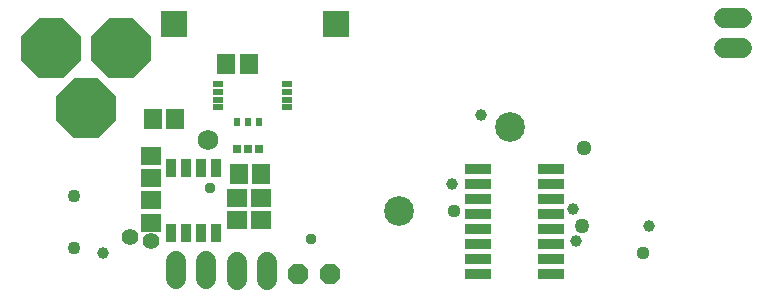
<source format=gbs>
G75*
%MOIN*%
%OFA0B0*%
%FSLAX25Y25*%
%IPPOS*%
%LPD*%
%AMOC8*
5,1,8,0,0,1.08239X$1,22.5*
%
%ADD10R,0.08800X0.03400*%
%ADD11OC8,0.06800*%
%ADD12C,0.06800*%
%ADD13R,0.03556X0.05918*%
%ADD14R,0.03753X0.01981*%
%ADD15R,0.06706X0.05918*%
%ADD16R,0.05918X0.06706*%
%ADD17R,0.02375X0.02965*%
%ADD18R,0.02965X0.02965*%
%ADD19OC8,0.19800*%
%ADD20R,0.09068X0.09068*%
%ADD21C,0.04343*%
%ADD22C,0.03900*%
%ADD23C,0.03700*%
%ADD24C,0.04400*%
%ADD25C,0.05100*%
%ADD26C,0.04950*%
%ADD27C,0.09950*%
%ADD28C,0.06875*%
%ADD29C,0.05500*%
D10*
X0236998Y0086099D03*
X0236998Y0091099D03*
X0236998Y0096099D03*
X0236998Y0101099D03*
X0236998Y0106099D03*
X0236998Y0111099D03*
X0236998Y0116099D03*
X0236998Y0121099D03*
X0261198Y0121099D03*
X0261198Y0116099D03*
X0261198Y0111099D03*
X0261198Y0106099D03*
X0261198Y0101099D03*
X0261198Y0096099D03*
X0261198Y0091099D03*
X0261198Y0086099D03*
D11*
X0187498Y0086099D03*
X0176998Y0086099D03*
D12*
X0156498Y0084299D02*
X0156498Y0090299D01*
X0146298Y0090499D02*
X0146298Y0084499D01*
X0136298Y0084499D02*
X0136298Y0090499D01*
X0166498Y0090299D02*
X0166498Y0084299D01*
X0318972Y0161688D02*
X0324972Y0161688D01*
X0324972Y0171688D02*
X0318972Y0171688D01*
D13*
X0149498Y0121426D03*
X0144498Y0121426D03*
X0139498Y0121426D03*
X0134498Y0121426D03*
X0134498Y0099772D03*
X0139498Y0099772D03*
X0144498Y0099772D03*
X0149498Y0099772D03*
D14*
X0150083Y0141761D03*
X0150083Y0144320D03*
X0150083Y0146879D03*
X0150083Y0149438D03*
X0173114Y0149438D03*
X0173114Y0146879D03*
X0173114Y0144320D03*
X0173114Y0141761D03*
D15*
X0127998Y0125539D03*
X0127998Y0118059D03*
X0127998Y0110839D03*
X0127998Y0103359D03*
X0156698Y0104059D03*
X0164398Y0104059D03*
X0164398Y0111539D03*
X0156698Y0111539D03*
D16*
X0157158Y0119699D03*
X0164638Y0119699D03*
X0135938Y0137899D03*
X0128458Y0137899D03*
X0152958Y0156099D03*
X0160438Y0156099D03*
D17*
X0160198Y0136827D03*
X0156458Y0136827D03*
X0163938Y0136827D03*
D18*
X0163938Y0127772D03*
X0160198Y0127772D03*
X0156458Y0127772D03*
D19*
X0106198Y0141699D03*
X0094398Y0161399D03*
X0117998Y0161399D03*
D20*
X0135461Y0169399D03*
X0189398Y0169399D03*
D21*
X0102098Y0112261D03*
X0102098Y0094938D03*
D22*
X0111898Y0093099D03*
X0228098Y0116199D03*
X0268698Y0107799D03*
X0293898Y0102199D03*
X0269398Y0097299D03*
X0237898Y0139299D03*
D23*
X0147598Y0114799D03*
X0181198Y0097999D03*
D24*
X0228798Y0107099D03*
X0291798Y0093099D03*
D25*
X0272198Y0128099D03*
D26*
X0271498Y0102199D03*
D27*
X0210598Y0107099D03*
X0247698Y0135099D03*
D28*
X0146898Y0130899D03*
D29*
X0127998Y0097299D03*
X0120998Y0098699D03*
M02*

</source>
